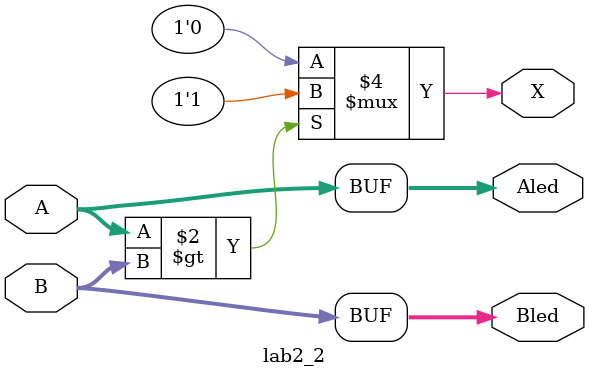
<source format=v>
`timescale 1ns / 1ps


module lab2_2(
input [3:0]A,B,
output [3:0]Aled,Bled,
output reg X
);
/*±N4-bit input A,B¤À§O³]©wµ¹Aled,Bled¡A¨ÏinputÅã¥Ü¦Aled¿O¤W*/
    assign Aled[0]=A[0];
    assign Aled[1]=A[1];
    assign Aled[2]=A[2];
    assign Aled[3]=A[3];
   
    assign Bled[0]=B[0];
    assign Bled[1]=B[1];
    assign Bled[2]=B[2];
    assign Bled[3]=B[3];
   
/*¤ñ¸ûA»PBªº¤j¤p¡A­YA > B±NX³]¬°1¡A­YA ? B«h±NX³]¬°0*/
always@*
if(A>B)
X=1;
else
X=0;
    
endmodule


</source>
